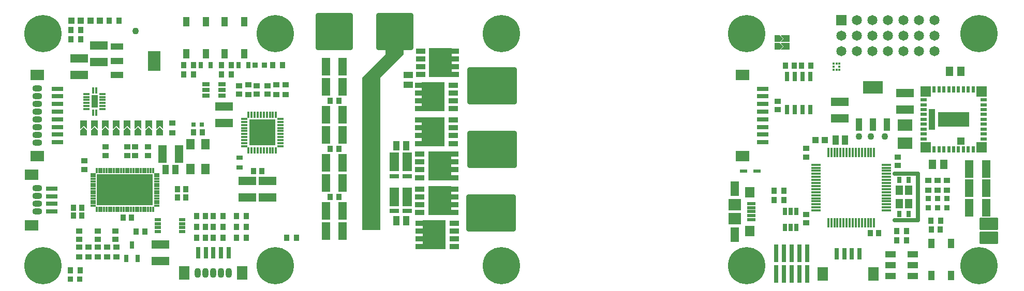
<source format=gts>
G04*
G04 #@! TF.GenerationSoftware,Altium Limited,Altium Designer,21.0.8 (223)*
G04*
G04 Layer_Color=8388736*
%FSLAX25Y25*%
%MOIN*%
G70*
G04*
G04 #@! TF.SameCoordinates,386B6A0C-B290-4CC1-8F2B-2C95A909E97D*
G04*
G04*
G04 #@! TF.FilePolarity,Negative*
G04*
G01*
G75*
%ADD68R,0.04528X0.02362*%
%ADD92C,0.06500*%
%ADD93R,0.06500X0.06500*%
%ADD95C,0.02362*%
%ADD104C,0.04331*%
%ADD105R,0.04331X0.03543*%
%ADD106R,0.03543X0.03543*%
G04:AMPARAMS|DCode=107|XSize=122.05mil|YSize=82.68mil|CornerRadius=5.91mil|HoleSize=0mil|Usage=FLASHONLY|Rotation=0.000|XOffset=0mil|YOffset=0mil|HoleType=Round|Shape=RoundedRectangle|*
%AMROUNDEDRECTD107*
21,1,0.12205,0.07087,0,0,0.0*
21,1,0.11024,0.08268,0,0,0.0*
1,1,0.01181,0.05512,-0.03543*
1,1,0.01181,-0.05512,-0.03543*
1,1,0.01181,-0.05512,0.03543*
1,1,0.01181,0.05512,0.03543*
%
%ADD107ROUNDEDRECTD107*%
%ADD108R,0.03150X0.07480*%
%ADD109R,0.06693X0.09055*%
%ADD110R,0.09055X0.06693*%
%ADD111R,0.07480X0.03150*%
%ADD112R,0.04331X0.06496*%
%ADD113R,0.04921X0.05906*%
%ADD114R,0.01567X0.06201*%
%ADD115R,0.06201X0.01567*%
%ADD116C,0.01575*%
%ADD117R,0.04528X0.05906*%
%ADD118R,0.12992X0.07874*%
%ADD119R,0.03937X0.07874*%
%ADD120R,0.04331X0.13386*%
%ADD121R,0.04803X0.04528*%
%ADD122R,0.20079X0.09646*%
%ADD123R,0.04134X0.02362*%
%ADD124R,0.06890X0.06890*%
%ADD125R,0.02362X0.04134*%
%ADD126R,0.11496X0.05512*%
%ADD127R,0.09252X0.07284*%
%ADD128R,0.05512X0.11496*%
%ADD129R,0.02953X0.11614*%
%ADD130R,0.03543X0.04331*%
%ADD131R,0.02756X0.04921*%
%ADD132R,0.04252X0.03465*%
%ADD133R,0.03465X0.04252*%
%ADD134R,0.02953X0.06398*%
%ADD135R,0.05709X0.01968*%
%ADD136R,0.05906X0.06693*%
%ADD137R,0.05512X0.09449*%
%ADD138R,0.07874X0.07480*%
%ADD139R,0.04409X0.06181*%
%ADD140R,0.02520X0.04095*%
%ADD141R,0.03937X0.04331*%
%ADD142R,0.06693X0.04331*%
%ADD143C,0.02756*%
%ADD144R,0.03543X0.03543*%
%ADD145R,0.03543X0.04134*%
%ADD146R,0.06102X0.03740*%
%ADD147R,0.04528X0.03740*%
%ADD148R,0.15158X0.18898*%
%ADD149R,0.04095X0.02520*%
%ADD150R,0.06280X0.12008*%
%ADD151R,0.06280X0.03150*%
G04:AMPARAMS|DCode=152|XSize=240.16mil|YSize=240.16mil|CornerRadius=13.78mil|HoleSize=0mil|Usage=FLASHONLY|Rotation=0.000|XOffset=0mil|YOffset=0mil|HoleType=Round|Shape=RoundedRectangle|*
%AMROUNDEDRECTD152*
21,1,0.24016,0.21260,0,0,0.0*
21,1,0.21260,0.24016,0,0,0.0*
1,1,0.02756,0.10630,-0.10630*
1,1,0.02756,-0.10630,-0.10630*
1,1,0.02756,-0.10630,0.10630*
1,1,0.02756,0.10630,0.10630*
%
%ADD152ROUNDEDRECTD152*%
%ADD153R,0.02756X0.04724*%
G04:AMPARAMS|DCode=154|XSize=318.9mil|YSize=240.16mil|CornerRadius=13.78mil|HoleSize=0mil|Usage=FLASHONLY|Rotation=180.000|XOffset=0mil|YOffset=0mil|HoleType=Round|Shape=RoundedRectangle|*
%AMROUNDEDRECTD154*
21,1,0.31890,0.21260,0,0,180.0*
21,1,0.29134,0.24016,0,0,180.0*
1,1,0.02756,-0.14567,0.10630*
1,1,0.02756,0.14567,0.10630*
1,1,0.02756,0.14567,-0.10630*
1,1,0.02756,-0.14567,-0.10630*
%
%ADD154ROUNDEDRECTD154*%
%ADD155R,0.04921X0.02756*%
%ADD156R,0.03937X0.07874*%
%ADD157R,0.01339X0.03937*%
%ADD158R,0.03937X0.01339*%
%ADD159R,0.01575X0.03937*%
%ADD160R,0.03937X0.01575*%
%ADD161R,0.17126X0.17126*%
%ADD162R,0.04134X0.02165*%
%ADD163R,0.04134X0.03543*%
%ADD164R,0.36221X0.20472*%
%ADD165R,0.01181X0.03740*%
%ADD166R,0.03740X0.01181*%
%ADD167R,0.07874X0.12992*%
%ADD168R,0.07874X0.03937*%
%ADD169R,0.02953X0.03150*%
%ADD170R,0.06181X0.04409*%
%ADD171R,0.03937X0.04134*%
%ADD172R,0.04095X0.03543*%
%ADD173R,0.05512X0.06693*%
%ADD174C,0.03740*%
%ADD175C,0.24016*%
%ADD176O,0.06299X0.04331*%
%ADD177O,0.04331X0.06299*%
%ADD178C,0.02756*%
G36*
X708482Y447599D02*
X713797D01*
X713835Y447596D01*
X713872Y447584D01*
X713906Y447566D01*
X713937Y447541D01*
X713961Y447511D01*
X713979Y447477D01*
X713991Y447440D01*
X713994Y447402D01*
Y443465D01*
X713991Y443426D01*
X713979Y443389D01*
X713961Y443355D01*
X713937Y443325D01*
X713906Y443300D01*
X713872Y443282D01*
X713835Y443271D01*
X713797Y443267D01*
X708482D01*
X708482Y443267D01*
X708462Y443269D01*
X708443Y443271D01*
X708415Y443279D01*
X708406Y443282D01*
X708372Y443300D01*
X708342Y443325D01*
X708317Y443355D01*
X708299Y443389D01*
X708296Y443398D01*
X708288Y443426D01*
X708286Y443445D01*
X708284Y443465D01*
X708286Y443484D01*
X708288Y443503D01*
X708296Y443532D01*
X708299Y443540D01*
X708317Y443574D01*
X708342Y443604D01*
X710170Y445433D01*
X708342Y447262D01*
X708317Y447292D01*
X708299Y447326D01*
X708288Y447363D01*
X708284Y447402D01*
X708288Y447440D01*
X708299Y447477D01*
X708317Y447511D01*
X708342Y447541D01*
X708372Y447566D01*
X708406Y447584D01*
X708443Y447596D01*
X708482Y447599D01*
X708482Y447599D01*
D02*
G37*
G36*
X707536Y447596D02*
X707573Y447584D01*
X707607Y447566D01*
X707637Y447541D01*
X709606Y445573D01*
X709630Y445543D01*
X709649Y445509D01*
X709660Y445472D01*
X709664Y445433D01*
X709660Y445395D01*
X709649Y445357D01*
X709630Y445323D01*
X709606Y445293D01*
X707637Y443325D01*
X707607Y443300D01*
X707573Y443282D01*
X707564Y443279D01*
X707536Y443271D01*
X707517Y443269D01*
X707497Y443267D01*
X707497Y443267D01*
X704348D01*
X704309Y443271D01*
X704272Y443282D01*
X704238Y443300D01*
X704208Y443325D01*
X704183Y443355D01*
X704165Y443389D01*
X704154Y443426D01*
X704150Y443465D01*
Y447402D01*
X704154Y447440D01*
X704165Y447477D01*
X704183Y447511D01*
X704208Y447541D01*
X704238Y447566D01*
X704272Y447584D01*
X704309Y447596D01*
X704348Y447599D01*
X707497D01*
X707497Y447599D01*
X707536Y447596D01*
D02*
G37*
G36*
X708482Y442599D02*
X713797D01*
X713835Y442596D01*
X713872Y442584D01*
X713906Y442566D01*
X713937Y442541D01*
X713961Y442512D01*
X713979Y442477D01*
X713991Y442440D01*
X713994Y442402D01*
Y438465D01*
X713991Y438426D01*
X713979Y438389D01*
X713961Y438355D01*
X713937Y438325D01*
X713906Y438300D01*
X713872Y438282D01*
X713835Y438271D01*
X713797Y438267D01*
X708482D01*
X708482Y438267D01*
X708462Y438269D01*
X708443Y438271D01*
X708415Y438279D01*
X708406Y438282D01*
X708372Y438300D01*
X708342Y438325D01*
X708317Y438355D01*
X708299Y438389D01*
X708296Y438398D01*
X708288Y438426D01*
X708286Y438445D01*
X708284Y438465D01*
X708286Y438484D01*
X708288Y438503D01*
X708296Y438532D01*
X708299Y438540D01*
X708317Y438575D01*
X708342Y438604D01*
X710170Y440433D01*
X708342Y442262D01*
X708317Y442292D01*
X708299Y442326D01*
X708288Y442363D01*
X708284Y442402D01*
X708288Y442440D01*
X708299Y442477D01*
X708317Y442512D01*
X708342Y442541D01*
X708372Y442566D01*
X708406Y442584D01*
X708443Y442596D01*
X708482Y442599D01*
X708482Y442599D01*
D02*
G37*
G36*
X707536Y442596D02*
X707573Y442584D01*
X707607Y442566D01*
X707637Y442541D01*
X709606Y440573D01*
X709630Y440543D01*
X709649Y440509D01*
X709660Y440472D01*
X709664Y440433D01*
X709660Y440394D01*
X709649Y440357D01*
X709630Y440323D01*
X709606Y440293D01*
X707637Y438325D01*
X707607Y438300D01*
X707573Y438282D01*
X707564Y438279D01*
X707536Y438271D01*
X707517Y438269D01*
X707497Y438267D01*
X707497Y438267D01*
X704348D01*
X704309Y438271D01*
X704272Y438282D01*
X704238Y438300D01*
X704208Y438325D01*
X704183Y438355D01*
X704165Y438389D01*
X704154Y438426D01*
X704150Y438465D01*
Y442402D01*
X704154Y442440D01*
X704165Y442477D01*
X704183Y442512D01*
X704208Y442541D01*
X704238Y442566D01*
X704272Y442584D01*
X704309Y442596D01*
X704348Y442599D01*
X707497D01*
X707497Y442599D01*
X707536Y442596D01*
D02*
G37*
G36*
X310167Y392851D02*
X310204Y392840D01*
X310239Y392822D01*
X310268Y392797D01*
X310293Y392767D01*
X310311Y392733D01*
X310323Y392696D01*
X310326Y392657D01*
X310326Y387665D01*
X310326Y387665D01*
X310325Y387645D01*
X310323Y387626D01*
X310314Y387598D01*
X310311Y387589D01*
X310293Y387555D01*
X310268Y387525D01*
X310239Y387500D01*
X310204Y387482D01*
X310196Y387479D01*
X310167Y387471D01*
X310148Y387469D01*
X310129Y387467D01*
X310109Y387469D01*
X310090Y387471D01*
X310062Y387479D01*
X310053Y387482D01*
X310019Y387500D01*
X309989Y387525D01*
X308160Y389353D01*
X306332Y387525D01*
X306332Y387525D01*
X306302Y387500D01*
X306267Y387482D01*
X306230Y387470D01*
X306217Y387469D01*
X306192Y387467D01*
X306165Y387469D01*
X306153Y387470D01*
X306127Y387478D01*
X306116Y387482D01*
X306116Y387482D01*
D01*
X306115Y387482D01*
X306082Y387500D01*
X306060Y387518D01*
X306052Y387525D01*
X306034Y387547D01*
X306027Y387555D01*
X306027Y387555D01*
X306027Y387555D01*
X306009Y387589D01*
X305998Y387626D01*
X305996Y387639D01*
X305994Y387664D01*
X305994Y387665D01*
X305994Y392657D01*
Y392657D01*
D01*
X305998Y392696D01*
X306009Y392733D01*
X306027Y392767D01*
X306052Y392797D01*
X306082Y392822D01*
X306116Y392840D01*
X306153Y392851D01*
X306192Y392855D01*
D01*
X306192D01*
X310129D01*
X310167Y392851D01*
D02*
G37*
G36*
X303167D02*
X303204Y392840D01*
X303239Y392822D01*
X303269Y392797D01*
X303293Y392767D01*
X303311Y392733D01*
X303323Y392696D01*
X303326Y392657D01*
X303326Y387665D01*
X303326Y387665D01*
X303325Y387645D01*
X303323Y387626D01*
X303314Y387598D01*
X303311Y387589D01*
X303293Y387555D01*
X303268Y387525D01*
X303239Y387500D01*
X303204Y387482D01*
X303196Y387479D01*
X303167Y387471D01*
X303148Y387469D01*
X303129Y387467D01*
X303109Y387469D01*
X303090Y387471D01*
X303062Y387479D01*
X303053Y387482D01*
X303019Y387500D01*
X302989Y387525D01*
X301160Y389353D01*
X299332Y387525D01*
X299332Y387525D01*
X299302Y387500D01*
X299268Y387482D01*
X299230Y387470D01*
X299217Y387469D01*
X299192Y387467D01*
X299165Y387469D01*
X299153Y387470D01*
X299127Y387478D01*
X299116Y387482D01*
X299116Y387482D01*
D01*
X299115Y387482D01*
X299082Y387500D01*
X299060Y387518D01*
X299052Y387525D01*
X299034Y387547D01*
X299027Y387555D01*
X299027Y387555D01*
X299027Y387555D01*
X299009Y387589D01*
X298998Y387626D01*
X298996Y387639D01*
X298994Y387664D01*
X298994Y387665D01*
X298994Y392657D01*
Y392657D01*
D01*
X298998Y392696D01*
X299009Y392733D01*
X299027Y392767D01*
X299052Y392797D01*
X299082Y392822D01*
X299116Y392840D01*
X299153Y392851D01*
X299192Y392855D01*
D01*
X299192D01*
X303129D01*
X303167Y392851D01*
D02*
G37*
G36*
X296167D02*
X296204Y392840D01*
X296238Y392822D01*
X296269Y392797D01*
X296293Y392767D01*
X296311Y392733D01*
X296323Y392696D01*
X296326Y392657D01*
X296326Y387665D01*
X296326Y387665D01*
X296324Y387645D01*
X296323Y387626D01*
X296314Y387598D01*
X296311Y387589D01*
X296293Y387555D01*
X296268Y387525D01*
X296238Y387500D01*
X296204Y387482D01*
X296196Y387479D01*
X296167Y387471D01*
X296148Y387469D01*
X296129Y387467D01*
X296109Y387469D01*
X296090Y387471D01*
X296061Y387479D01*
X296053Y387482D01*
X296019Y387500D01*
X295989Y387525D01*
X294160Y389353D01*
X292332Y387525D01*
X292332Y387525D01*
X292302Y387500D01*
X292267Y387482D01*
X292230Y387470D01*
X292217Y387469D01*
X292192Y387467D01*
X292165Y387469D01*
X292153Y387470D01*
X292127Y387478D01*
X292116Y387482D01*
X292116Y387482D01*
D01*
X292115Y387482D01*
X292082Y387500D01*
X292059Y387518D01*
X292052Y387525D01*
X292034Y387547D01*
X292027Y387555D01*
X292027Y387555D01*
X292027Y387555D01*
X292009Y387589D01*
X291998Y387626D01*
X291996Y387639D01*
X291994Y387664D01*
X291994Y387665D01*
X291994Y392657D01*
Y392657D01*
D01*
X291998Y392696D01*
X292009Y392733D01*
X292027Y392767D01*
X292052Y392797D01*
X292082Y392822D01*
X292116Y392840D01*
X292153Y392851D01*
X292192Y392855D01*
D01*
X292192D01*
X296129D01*
X296167Y392851D01*
D02*
G37*
G36*
X289167D02*
X289204Y392840D01*
X289239Y392822D01*
X289268Y392797D01*
X289293Y392767D01*
X289311Y392733D01*
X289323Y392696D01*
X289326Y392657D01*
X289326Y387665D01*
X289326Y387665D01*
X289324Y387645D01*
X289323Y387626D01*
X289314Y387598D01*
X289311Y387589D01*
X289293Y387555D01*
X289268Y387525D01*
X289239Y387500D01*
X289204Y387482D01*
X289196Y387479D01*
X289167Y387471D01*
X289148Y387469D01*
X289129Y387467D01*
X289109Y387469D01*
X289090Y387471D01*
X289061Y387479D01*
X289053Y387482D01*
X289019Y387500D01*
X288989Y387525D01*
X287160Y389353D01*
X285332Y387525D01*
X285332Y387525D01*
X285302Y387500D01*
X285267Y387482D01*
X285230Y387470D01*
X285217Y387469D01*
X285192Y387467D01*
X285165Y387469D01*
X285153Y387470D01*
X285127Y387478D01*
X285116Y387482D01*
X285116Y387482D01*
D01*
X285115Y387482D01*
X285082Y387500D01*
X285059Y387518D01*
X285052Y387525D01*
X285034Y387547D01*
X285027Y387555D01*
X285027Y387555D01*
X285027Y387555D01*
X285009Y387589D01*
X284998Y387626D01*
X284996Y387639D01*
X284994Y387664D01*
X284994Y387665D01*
X284994Y392657D01*
Y392657D01*
D01*
X284998Y392696D01*
X285009Y392733D01*
X285027Y392767D01*
X285052Y392797D01*
X285082Y392822D01*
X285116Y392840D01*
X285153Y392851D01*
X285192Y392855D01*
D01*
X285192D01*
X289129D01*
X289167Y392851D01*
D02*
G37*
G36*
X282167D02*
X282204Y392840D01*
X282239Y392822D01*
X282269Y392797D01*
X282293Y392767D01*
X282311Y392733D01*
X282323Y392696D01*
X282326Y392657D01*
X282326Y387665D01*
X282326Y387665D01*
X282325Y387645D01*
X282323Y387626D01*
X282314Y387598D01*
X282311Y387589D01*
X282293Y387555D01*
X282268Y387525D01*
X282239Y387500D01*
X282204Y387482D01*
X282196Y387479D01*
X282167Y387471D01*
X282148Y387469D01*
X282129Y387467D01*
X282109Y387469D01*
X282090Y387471D01*
X282062Y387479D01*
X282053Y387482D01*
X282019Y387500D01*
X281989Y387525D01*
X280160Y389353D01*
X278332Y387525D01*
X278332Y387525D01*
X278302Y387500D01*
X278268Y387482D01*
X278230Y387470D01*
X278217Y387469D01*
X278192Y387467D01*
X278165Y387469D01*
X278153Y387470D01*
X278127Y387478D01*
X278116Y387482D01*
X278116Y387482D01*
D01*
X278115Y387482D01*
X278082Y387500D01*
X278060Y387518D01*
X278052Y387525D01*
X278034Y387547D01*
X278027Y387555D01*
X278027Y387555D01*
X278027Y387555D01*
X278009Y387589D01*
X277998Y387626D01*
X277996Y387639D01*
X277994Y387664D01*
X277994Y387665D01*
X277994Y392657D01*
Y392657D01*
D01*
X277998Y392696D01*
X278009Y392733D01*
X278027Y392767D01*
X278052Y392797D01*
X278082Y392822D01*
X278116Y392840D01*
X278153Y392851D01*
X278192Y392855D01*
D01*
X278192D01*
X282129D01*
X282167Y392851D01*
D02*
G37*
G36*
X275167D02*
X275204Y392840D01*
X275238Y392822D01*
X275269Y392797D01*
X275293Y392767D01*
X275311Y392733D01*
X275323Y392696D01*
X275326Y392657D01*
X275326Y387665D01*
X275326Y387665D01*
X275325Y387645D01*
X275323Y387626D01*
X275314Y387598D01*
X275311Y387589D01*
X275293Y387555D01*
X275268Y387525D01*
X275238Y387500D01*
X275204Y387482D01*
X275196Y387479D01*
X275167Y387471D01*
X275148Y387469D01*
X275129Y387467D01*
X275109Y387469D01*
X275090Y387471D01*
X275061Y387479D01*
X275053Y387482D01*
X275019Y387500D01*
X274989Y387525D01*
X273160Y389353D01*
X271332Y387525D01*
X271332Y387525D01*
X271302Y387500D01*
X271268Y387482D01*
X271230Y387470D01*
X271217Y387469D01*
X271192Y387467D01*
X271165Y387469D01*
X271153Y387470D01*
X271127Y387478D01*
X271116Y387482D01*
X271116Y387482D01*
D01*
X271115Y387482D01*
X271082Y387500D01*
X271059Y387518D01*
X271052Y387525D01*
X271034Y387547D01*
X271027Y387555D01*
X271027Y387555D01*
X271027Y387555D01*
X271009Y387589D01*
X270998Y387626D01*
X270996Y387639D01*
X270994Y387664D01*
X270994Y387665D01*
X270994Y392657D01*
Y392657D01*
D01*
X270998Y392696D01*
X271009Y392733D01*
X271027Y392767D01*
X271052Y392797D01*
X271082Y392822D01*
X271116Y392840D01*
X271153Y392851D01*
X271192Y392855D01*
D01*
X271192D01*
X275129D01*
X275167Y392851D01*
D02*
G37*
G36*
X268167D02*
X268204Y392840D01*
X268238Y392822D01*
X268268Y392797D01*
X268293Y392767D01*
X268311Y392733D01*
X268323Y392696D01*
X268326Y392657D01*
X268326Y387665D01*
X268326Y387665D01*
X268324Y387645D01*
X268323Y387626D01*
X268314Y387598D01*
X268311Y387589D01*
X268293Y387555D01*
X268268Y387525D01*
X268238Y387500D01*
X268204Y387482D01*
X268196Y387479D01*
X268167Y387471D01*
X268148Y387469D01*
X268129Y387467D01*
X268109Y387469D01*
X268090Y387471D01*
X268061Y387479D01*
X268053Y387482D01*
X268019Y387500D01*
X267989Y387525D01*
X266160Y389353D01*
X264332Y387525D01*
X264332Y387525D01*
X264302Y387500D01*
X264267Y387482D01*
X264230Y387470D01*
X264217Y387469D01*
X264192Y387467D01*
X264165Y387469D01*
X264153Y387470D01*
X264127Y387478D01*
X264116Y387482D01*
X264116Y387482D01*
D01*
X264115Y387482D01*
X264082Y387500D01*
X264059Y387518D01*
X264052Y387525D01*
X264034Y387547D01*
X264027Y387555D01*
X264027Y387555D01*
X264027Y387555D01*
X264009Y387589D01*
X263998Y387626D01*
X263996Y387639D01*
X263994Y387664D01*
X263994Y387665D01*
X263994Y392657D01*
Y392657D01*
D01*
X263998Y392696D01*
X264009Y392733D01*
X264027Y392767D01*
X264052Y392797D01*
X264082Y392822D01*
X264116Y392840D01*
X264153Y392851D01*
X264192Y392855D01*
D01*
X264192D01*
X268129D01*
X268167Y392851D01*
D02*
G37*
G36*
X261167D02*
X261204Y392840D01*
X261239Y392822D01*
X261268Y392797D01*
X261293Y392767D01*
X261311Y392733D01*
X261323Y392696D01*
X261326Y392657D01*
X261326Y387665D01*
X261326Y387665D01*
X261325Y387645D01*
X261323Y387626D01*
X261314Y387598D01*
X261311Y387589D01*
X261293Y387555D01*
X261268Y387525D01*
X261239Y387500D01*
X261204Y387482D01*
X261196Y387479D01*
X261167Y387471D01*
X261148Y387469D01*
X261129Y387467D01*
X261109Y387469D01*
X261090Y387471D01*
X261062Y387479D01*
X261053Y387482D01*
X261019Y387500D01*
X260989Y387525D01*
X259160Y389353D01*
X257332Y387525D01*
X257332Y387525D01*
X257302Y387500D01*
X257267Y387482D01*
X257230Y387470D01*
X257217Y387469D01*
X257192Y387467D01*
X257165Y387469D01*
X257153Y387470D01*
X257127Y387478D01*
X257116Y387482D01*
X257116Y387482D01*
D01*
X257115Y387482D01*
X257082Y387500D01*
X257060Y387518D01*
X257052Y387525D01*
X257034Y387547D01*
X257027Y387555D01*
X257027Y387555D01*
X257027Y387555D01*
X257009Y387589D01*
X256998Y387626D01*
X256996Y387639D01*
X256994Y387664D01*
X256994Y387665D01*
X256994Y392657D01*
Y392657D01*
D01*
X256998Y392696D01*
X257009Y392733D01*
X257027Y392767D01*
X257052Y392797D01*
X257082Y392822D01*
X257116Y392840D01*
X257153Y392851D01*
X257192Y392855D01*
D01*
X257192D01*
X261129D01*
X261167Y392851D01*
D02*
G37*
G36*
X308199Y388521D02*
X308236Y388509D01*
X308270Y388491D01*
X308300Y388467D01*
X310268Y386498D01*
X310293Y386468D01*
X310311Y386434D01*
X310314Y386425D01*
X310323Y386397D01*
X310325Y386378D01*
X310326Y386358D01*
X310326Y386358D01*
Y383209D01*
X310323Y383170D01*
X310311Y383133D01*
X310293Y383099D01*
X310268Y383069D01*
X310239Y383044D01*
X310204Y383026D01*
X310167Y383015D01*
X310129Y383011D01*
X306192D01*
X306153Y383015D01*
X306116Y383026D01*
X306082Y383044D01*
X306052Y383069D01*
X306027Y383099D01*
X306009Y383133D01*
X305998Y383170D01*
X305994Y383209D01*
Y386358D01*
X305994Y386358D01*
X305998Y386397D01*
X306009Y386434D01*
X306027Y386468D01*
X306052Y386498D01*
X308020Y388467D01*
X308050Y388491D01*
X308084Y388509D01*
X308121Y388521D01*
X308160Y388525D01*
X308199Y388521D01*
D02*
G37*
G36*
X301199D02*
X301236Y388509D01*
X301270Y388491D01*
X301300Y388467D01*
X303269Y386498D01*
X303293Y386468D01*
X303311Y386434D01*
X303314Y386425D01*
X303323Y386397D01*
X303325Y386378D01*
X303326Y386358D01*
X303326Y386358D01*
Y383209D01*
X303323Y383170D01*
X303311Y383133D01*
X303293Y383099D01*
X303269Y383069D01*
X303239Y383044D01*
X303204Y383026D01*
X303167Y383015D01*
X303129Y383011D01*
X299192D01*
X299153Y383015D01*
X299116Y383026D01*
X299082Y383044D01*
X299052Y383069D01*
X299027Y383099D01*
X299009Y383133D01*
X298998Y383170D01*
X298994Y383209D01*
Y386358D01*
X298994Y386358D01*
X298998Y386397D01*
X299009Y386434D01*
X299027Y386468D01*
X299052Y386498D01*
X301020Y388467D01*
X301050Y388491D01*
X301084Y388509D01*
X301121Y388521D01*
X301160Y388525D01*
X301199Y388521D01*
D02*
G37*
G36*
X294199D02*
X294236Y388509D01*
X294270Y388491D01*
X294300Y388467D01*
X296269Y386498D01*
X296293Y386468D01*
X296311Y386434D01*
X296314Y386425D01*
X296323Y386397D01*
X296324Y386378D01*
X296326Y386358D01*
X296326Y386358D01*
Y383209D01*
X296323Y383170D01*
X296311Y383133D01*
X296293Y383099D01*
X296269Y383069D01*
X296238Y383044D01*
X296204Y383026D01*
X296167Y383015D01*
X296129Y383011D01*
X292192D01*
X292153Y383015D01*
X292116Y383026D01*
X292082Y383044D01*
X292052Y383069D01*
X292027Y383099D01*
X292009Y383133D01*
X291998Y383170D01*
X291994Y383209D01*
Y386358D01*
X291994Y386358D01*
X291998Y386397D01*
X292009Y386434D01*
X292027Y386468D01*
X292052Y386498D01*
X294020Y388467D01*
X294050Y388491D01*
X294084Y388509D01*
X294122Y388521D01*
X294160Y388525D01*
X294199Y388521D01*
D02*
G37*
G36*
X287199D02*
X287236Y388509D01*
X287270Y388491D01*
X287300Y388467D01*
X289268Y386498D01*
X289293Y386468D01*
X289311Y386434D01*
X289314Y386425D01*
X289323Y386397D01*
X289324Y386378D01*
X289326Y386358D01*
X289326Y386358D01*
Y383209D01*
X289323Y383170D01*
X289311Y383133D01*
X289293Y383099D01*
X289268Y383069D01*
X289239Y383044D01*
X289204Y383026D01*
X289167Y383015D01*
X289129Y383011D01*
X285192D01*
X285153Y383015D01*
X285116Y383026D01*
X285082Y383044D01*
X285052Y383069D01*
X285027Y383099D01*
X285009Y383133D01*
X284998Y383170D01*
X284994Y383209D01*
Y386358D01*
X284994Y386358D01*
X284998Y386397D01*
X285009Y386434D01*
X285027Y386468D01*
X285052Y386498D01*
X287020Y388467D01*
X287050Y388491D01*
X287084Y388509D01*
X287122Y388521D01*
X287160Y388525D01*
X287199Y388521D01*
D02*
G37*
G36*
X280199D02*
X280236Y388509D01*
X280270Y388491D01*
X280300Y388467D01*
X282269Y386498D01*
X282293Y386468D01*
X282311Y386434D01*
X282314Y386425D01*
X282323Y386397D01*
X282325Y386378D01*
X282326Y386358D01*
X282326Y386358D01*
Y383209D01*
X282323Y383170D01*
X282311Y383133D01*
X282293Y383099D01*
X282269Y383069D01*
X282239Y383044D01*
X282204Y383026D01*
X282167Y383015D01*
X282129Y383011D01*
X278192D01*
X278153Y383015D01*
X278116Y383026D01*
X278082Y383044D01*
X278052Y383069D01*
X278027Y383099D01*
X278009Y383133D01*
X277998Y383170D01*
X277994Y383209D01*
Y386358D01*
X277994Y386358D01*
X277998Y386397D01*
X278009Y386434D01*
X278027Y386468D01*
X278052Y386498D01*
X280020Y388467D01*
X280050Y388491D01*
X280084Y388509D01*
X280121Y388521D01*
X280160Y388525D01*
X280199Y388521D01*
D02*
G37*
G36*
X273199D02*
X273236Y388509D01*
X273270Y388491D01*
X273300Y388467D01*
X275269Y386498D01*
X275293Y386468D01*
X275311Y386434D01*
X275314Y386425D01*
X275323Y386397D01*
X275325Y386378D01*
X275326Y386358D01*
X275326Y386358D01*
Y383209D01*
X275323Y383170D01*
X275311Y383133D01*
X275293Y383099D01*
X275269Y383069D01*
X275238Y383044D01*
X275204Y383026D01*
X275167Y383015D01*
X275129Y383011D01*
X271192D01*
X271153Y383015D01*
X271116Y383026D01*
X271082Y383044D01*
X271052Y383069D01*
X271027Y383099D01*
X271009Y383133D01*
X270998Y383170D01*
X270994Y383209D01*
Y386358D01*
X270994Y386358D01*
X270998Y386397D01*
X271009Y386434D01*
X271027Y386468D01*
X271052Y386498D01*
X273020Y388467D01*
X273050Y388491D01*
X273084Y388509D01*
X273122Y388521D01*
X273160Y388525D01*
X273199Y388521D01*
D02*
G37*
G36*
X266199D02*
X266236Y388509D01*
X266270Y388491D01*
X266300Y388467D01*
X268268Y386498D01*
X268293Y386468D01*
X268311Y386434D01*
X268314Y386425D01*
X268323Y386397D01*
X268324Y386378D01*
X268326Y386358D01*
X268326Y386358D01*
Y383209D01*
X268323Y383170D01*
X268311Y383133D01*
X268293Y383099D01*
X268268Y383069D01*
X268238Y383044D01*
X268204Y383026D01*
X268167Y383015D01*
X268129Y383011D01*
X264192D01*
X264153Y383015D01*
X264116Y383026D01*
X264082Y383044D01*
X264052Y383069D01*
X264027Y383099D01*
X264009Y383133D01*
X263998Y383170D01*
X263994Y383209D01*
Y386358D01*
X263994Y386358D01*
X263998Y386397D01*
X264009Y386434D01*
X264027Y386468D01*
X264052Y386498D01*
X266020Y388467D01*
X266050Y388491D01*
X266084Y388509D01*
X266122Y388521D01*
X266160Y388525D01*
X266199Y388521D01*
D02*
G37*
G36*
X259199D02*
X259236Y388509D01*
X259270Y388491D01*
X259300Y388467D01*
X261268Y386498D01*
X261293Y386468D01*
X261311Y386434D01*
X261314Y386425D01*
X261323Y386397D01*
X261325Y386378D01*
X261326Y386358D01*
X261326Y386358D01*
Y383209D01*
X261323Y383170D01*
X261311Y383133D01*
X261293Y383099D01*
X261268Y383069D01*
X261239Y383044D01*
X261204Y383026D01*
X261167Y383015D01*
X261129Y383011D01*
X257192D01*
X257153Y383015D01*
X257116Y383026D01*
X257082Y383044D01*
X257052Y383069D01*
X257027Y383099D01*
X257009Y383133D01*
X256998Y383170D01*
X256994Y383209D01*
Y386358D01*
X256994Y386358D01*
X256998Y386397D01*
X257009Y386434D01*
X257027Y386468D01*
X257052Y386498D01*
X259020Y388467D01*
X259050Y388491D01*
X259084Y388509D01*
X259121Y388521D01*
X259160Y388525D01*
X259199Y388521D01*
D02*
G37*
G36*
X465160Y435433D02*
X450160Y420433D01*
Y321933D01*
X438660D01*
Y420433D01*
X453660Y435433D01*
Y439303D01*
X465160D01*
Y435433D01*
D02*
G37*
D68*
X684092Y359933D02*
D03*
X693052D02*
D03*
D92*
X807072Y437433D02*
D03*
Y447433D02*
D03*
Y457433D02*
D03*
X797072Y437433D02*
D03*
Y447433D02*
D03*
Y457433D02*
D03*
X787072Y437433D02*
D03*
Y447433D02*
D03*
Y457433D02*
D03*
X777072Y437433D02*
D03*
Y447433D02*
D03*
Y457433D02*
D03*
X767072Y437433D02*
D03*
Y447433D02*
D03*
Y457433D02*
D03*
X757072Y437433D02*
D03*
Y447433D02*
D03*
Y457433D02*
D03*
X747072Y437433D02*
D03*
Y447433D02*
D03*
D93*
Y457433D02*
D03*
D95*
X819572Y395933D02*
D03*
X823572D02*
D03*
Y390933D02*
D03*
X819572D02*
D03*
X827572Y395933D02*
D03*
Y390933D02*
D03*
X301160Y350433D02*
D03*
X293160D02*
D03*
X297160D02*
D03*
X289160D02*
D03*
X282160Y340433D02*
D03*
X301160Y345358D02*
D03*
X289160D02*
D03*
X293160D02*
D03*
X297160D02*
D03*
X282160Y345433D02*
D03*
X289160Y340433D02*
D03*
X293160D02*
D03*
X297160D02*
D03*
X301160D02*
D03*
X278160D02*
D03*
X274160D02*
D03*
X270160D02*
D03*
Y345433D02*
D03*
X274160D02*
D03*
X278160D02*
D03*
X274160Y350433D02*
D03*
X270160D02*
D03*
X278160D02*
D03*
X282160D02*
D03*
Y355433D02*
D03*
X278160D02*
D03*
X274160D02*
D03*
X289160D02*
D03*
X293160D02*
D03*
X297160D02*
D03*
X301160D02*
D03*
X270160D02*
D03*
D104*
X775072Y382433D02*
D03*
X758572D02*
D03*
X766072D02*
D03*
X292660Y450433D02*
D03*
D105*
X815072Y347783D02*
D03*
Y354083D02*
D03*
X809072Y347783D02*
D03*
Y354083D02*
D03*
X803072Y347783D02*
D03*
Y354083D02*
D03*
D106*
X815072Y336480D02*
D03*
Y342386D02*
D03*
X809072Y336480D02*
D03*
Y342386D02*
D03*
X803065Y336543D02*
D03*
Y342449D02*
D03*
D107*
X842072Y316933D02*
D03*
Y325933D02*
D03*
D108*
X744190Y306776D02*
D03*
X749112D02*
D03*
X754033D02*
D03*
X758954D02*
D03*
X332818Y307457D02*
D03*
X337739D02*
D03*
X342660D02*
D03*
X347581D02*
D03*
X352503D02*
D03*
D109*
X767812Y293783D02*
D03*
X735332D02*
D03*
X361361Y294465D02*
D03*
X323959D02*
D03*
D110*
X683572Y422016D02*
D03*
Y369850D02*
D03*
X225511Y357673D02*
D03*
Y325193D02*
D03*
X229160Y369850D02*
D03*
Y422016D02*
D03*
D111*
X696564Y378709D02*
D03*
Y383630D02*
D03*
Y388551D02*
D03*
Y393472D02*
D03*
Y398394D02*
D03*
Y403315D02*
D03*
Y408236D02*
D03*
Y413158D02*
D03*
X238503Y334051D02*
D03*
Y338972D02*
D03*
Y343894D02*
D03*
Y348815D02*
D03*
X242152Y413158D02*
D03*
Y408236D02*
D03*
Y403315D02*
D03*
Y398394D02*
D03*
Y393472D02*
D03*
Y388551D02*
D03*
Y383630D02*
D03*
Y378709D02*
D03*
D112*
X805273Y292598D02*
D03*
Y313268D02*
D03*
X817871Y292598D02*
D03*
Y313268D02*
D03*
X325361Y435598D02*
D03*
Y456268D02*
D03*
X337959Y435598D02*
D03*
Y456268D02*
D03*
X362459D02*
D03*
Y435598D02*
D03*
X349861Y456268D02*
D03*
Y435598D02*
D03*
D113*
X790722Y339102D02*
D03*
Y347764D02*
D03*
X784423D02*
D03*
Y339102D02*
D03*
D114*
X768336Y326842D02*
D03*
X766367D02*
D03*
X764399D02*
D03*
X762430D02*
D03*
X760462D02*
D03*
X758494D02*
D03*
X756525D02*
D03*
X754556D02*
D03*
X752588D02*
D03*
X750619D02*
D03*
X748651D02*
D03*
X746682D02*
D03*
X744714D02*
D03*
X742745D02*
D03*
X740777D02*
D03*
X738808D02*
D03*
Y372024D02*
D03*
X740777D02*
D03*
X742745D02*
D03*
X744714D02*
D03*
X746682D02*
D03*
X748651D02*
D03*
X750619D02*
D03*
X752588D02*
D03*
X754556D02*
D03*
X756525D02*
D03*
X758494D02*
D03*
X760462D02*
D03*
X762430D02*
D03*
X764399D02*
D03*
X766367D02*
D03*
X768336D02*
D03*
D115*
X730982Y334669D02*
D03*
Y336638D02*
D03*
Y338606D02*
D03*
Y340575D02*
D03*
Y342543D02*
D03*
Y344512D02*
D03*
Y346480D02*
D03*
Y348449D02*
D03*
Y350417D02*
D03*
Y352386D02*
D03*
Y354354D02*
D03*
Y356323D02*
D03*
Y358291D02*
D03*
Y360260D02*
D03*
Y362228D02*
D03*
Y364197D02*
D03*
X776163D02*
D03*
Y362228D02*
D03*
Y360260D02*
D03*
Y358291D02*
D03*
Y356323D02*
D03*
Y354354D02*
D03*
Y352386D02*
D03*
Y350417D02*
D03*
Y348449D02*
D03*
Y346480D02*
D03*
Y344512D02*
D03*
Y342543D02*
D03*
Y340575D02*
D03*
Y338606D02*
D03*
Y336638D02*
D03*
Y334669D02*
D03*
D116*
X746041Y429402D02*
D03*
Y427433D02*
D03*
Y425465D02*
D03*
X744072Y429402D02*
D03*
Y425465D02*
D03*
X742104Y429402D02*
D03*
Y427433D02*
D03*
Y425465D02*
D03*
X712072Y445433D02*
D03*
X706072D02*
D03*
X712072Y440433D02*
D03*
X706072D02*
D03*
X308160Y390933D02*
D03*
Y384933D02*
D03*
X280160Y390933D02*
D03*
Y384933D02*
D03*
X301160Y390933D02*
D03*
Y384933D02*
D03*
X294160Y390933D02*
D03*
Y384933D02*
D03*
X287160Y390933D02*
D03*
Y384933D02*
D03*
X273160Y390933D02*
D03*
Y384933D02*
D03*
X266160Y390933D02*
D03*
Y384933D02*
D03*
X259160Y390933D02*
D03*
Y384933D02*
D03*
D117*
X816832Y424433D02*
D03*
X824312D02*
D03*
X805832Y364433D02*
D03*
X813312D02*
D03*
D118*
X767572Y413941D02*
D03*
D119*
X776627Y389925D02*
D03*
X767572D02*
D03*
X758517D02*
D03*
D120*
X805399Y393433D02*
D03*
D121*
X824245Y379358D02*
D03*
D122*
X819572Y393433D02*
D03*
D123*
X838962Y406032D02*
D03*
Y402882D02*
D03*
Y399732D02*
D03*
Y396583D02*
D03*
Y393433D02*
D03*
Y390283D02*
D03*
Y387134D02*
D03*
Y383984D02*
D03*
Y380835D02*
D03*
X800182D02*
D03*
Y383984D02*
D03*
Y387134D02*
D03*
Y390283D02*
D03*
Y393433D02*
D03*
Y396583D02*
D03*
Y399732D02*
D03*
Y402882D02*
D03*
Y406032D02*
D03*
D124*
X837584Y375421D02*
D03*
X801560D02*
D03*
Y411445D02*
D03*
X837584D02*
D03*
D125*
X832171Y374043D02*
D03*
X829021D02*
D03*
X825871D02*
D03*
X822722D02*
D03*
X819572D02*
D03*
X816423D02*
D03*
X813273D02*
D03*
X810123D02*
D03*
X806974D02*
D03*
Y412823D02*
D03*
X810123D02*
D03*
X813273D02*
D03*
X816423D02*
D03*
X819572D02*
D03*
X822722D02*
D03*
X825871D02*
D03*
X829021D02*
D03*
X832171D02*
D03*
D126*
X788072Y410287D02*
D03*
Y399579D02*
D03*
X746072Y394079D02*
D03*
Y404787D02*
D03*
X308660Y302079D02*
D03*
Y312787D02*
D03*
X349660Y401787D02*
D03*
Y391079D02*
D03*
X268986Y441064D02*
D03*
Y430356D02*
D03*
X256160Y422079D02*
D03*
Y432787D02*
D03*
X364660Y343079D02*
D03*
Y353787D02*
D03*
X377660D02*
D03*
Y343079D02*
D03*
D127*
X788072Y378028D02*
D03*
Y389839D02*
D03*
D128*
X840427Y336433D02*
D03*
X829718D02*
D03*
X840427Y348933D02*
D03*
X829718D02*
D03*
X840427Y361433D02*
D03*
X829718D02*
D03*
X426014Y321433D02*
D03*
X415306D02*
D03*
X426014Y334433D02*
D03*
X415306D02*
D03*
X426014Y365433D02*
D03*
X415306D02*
D03*
X426014Y352433D02*
D03*
X415306D02*
D03*
X426014Y383433D02*
D03*
X415306D02*
D03*
X320514Y370933D02*
D03*
X309806D02*
D03*
X415306Y414433D02*
D03*
X426014D02*
D03*
X415306Y427433D02*
D03*
X426014D02*
D03*
X415306Y396433D02*
D03*
X426014D02*
D03*
D129*
X725072Y307028D02*
D03*
Y293839D02*
D03*
X720072Y307028D02*
D03*
Y293839D02*
D03*
X715072Y307028D02*
D03*
Y293839D02*
D03*
X710072Y307028D02*
D03*
Y293839D02*
D03*
X705072Y307028D02*
D03*
Y293839D02*
D03*
D130*
X804923Y327933D02*
D03*
X811222D02*
D03*
X727722Y427933D02*
D03*
X721423D02*
D03*
X703923Y347433D02*
D03*
X710222D02*
D03*
X703923Y341433D02*
D03*
X710222D02*
D03*
X789222Y315433D02*
D03*
X782923D02*
D03*
X789222Y321433D02*
D03*
X782923D02*
D03*
D131*
X710832Y334051D02*
D03*
X714572D02*
D03*
X718312D02*
D03*
Y323815D02*
D03*
X714572D02*
D03*
X710832D02*
D03*
D132*
X724572Y326677D02*
D03*
Y332189D02*
D03*
X706072Y405189D02*
D03*
Y399677D02*
D03*
X724572Y369177D02*
D03*
Y374689D02*
D03*
X783572Y363677D02*
D03*
Y369189D02*
D03*
X279660Y315921D02*
D03*
Y321433D02*
D03*
X370660Y415189D02*
D03*
Y409677D02*
D03*
X359160Y415189D02*
D03*
Y409677D02*
D03*
X259660Y361177D02*
D03*
Y366689D02*
D03*
X300660Y370177D02*
D03*
Y375689D02*
D03*
X287160D02*
D03*
Y370177D02*
D03*
X292160D02*
D03*
Y375689D02*
D03*
X273160Y370177D02*
D03*
Y375689D02*
D03*
X377660Y415189D02*
D03*
Y409677D02*
D03*
D133*
X711316Y427933D02*
D03*
X716828D02*
D03*
X765816Y319933D02*
D03*
X771328D02*
D03*
X810828Y322433D02*
D03*
X805316D02*
D03*
X417904Y343433D02*
D03*
X423416D02*
D03*
X289916Y329933D02*
D03*
X284404D02*
D03*
X417904Y374433D02*
D03*
X423416D02*
D03*
Y405433D02*
D03*
X417904D02*
D03*
X368404Y359933D02*
D03*
X373916D02*
D03*
X298416Y320933D02*
D03*
X292904D02*
D03*
X331979Y316933D02*
D03*
X337491D02*
D03*
X324916Y342933D02*
D03*
X319404D02*
D03*
X252404Y336433D02*
D03*
X257916D02*
D03*
X324916Y348433D02*
D03*
X319404D02*
D03*
X252404Y331433D02*
D03*
X257916D02*
D03*
X329904Y384933D02*
D03*
X335416D02*
D03*
X337491Y330933D02*
D03*
X331979D02*
D03*
X337491Y323933D02*
D03*
X331979D02*
D03*
D134*
X712072Y399756D02*
D03*
X717072D02*
D03*
X722072D02*
D03*
X727072D02*
D03*
Y421110D02*
D03*
X722072D02*
D03*
X717072D02*
D03*
X712072D02*
D03*
D135*
X689104Y328815D02*
D03*
Y339051D02*
D03*
Y336492D02*
D03*
Y333933D02*
D03*
Y331374D02*
D03*
D136*
X688218Y346532D02*
D03*
Y321335D02*
D03*
D137*
X678572Y348697D02*
D03*
Y319169D02*
D03*
D138*
Y338461D02*
D03*
Y329405D02*
D03*
D139*
X749722Y379933D02*
D03*
X743423D02*
D03*
X460471Y327933D02*
D03*
X466849D02*
D03*
Y376433D02*
D03*
X460471D02*
D03*
X318349Y360933D02*
D03*
X311971D02*
D03*
D140*
X784423Y332433D02*
D03*
X790722D02*
D03*
Y354433D02*
D03*
X784423D02*
D03*
X334510Y428433D02*
D03*
X340810D02*
D03*
X365210D02*
D03*
X358910D02*
D03*
D141*
X736722Y379933D02*
D03*
X730423D02*
D03*
D142*
X793356Y292543D02*
D03*
Y299433D02*
D03*
Y306323D02*
D03*
X778789Y292543D02*
D03*
Y299433D02*
D03*
Y306323D02*
D03*
D143*
X796572Y328433D02*
Y358433D01*
X781572Y328433D02*
X789072D01*
X781572Y358433D02*
X789072D01*
Y328433D02*
X796572D01*
X789072Y358433D02*
X796572D01*
D144*
X369707Y428433D02*
D03*
X375613D02*
D03*
X256613Y290433D02*
D03*
X250707D02*
D03*
D145*
X381011Y428433D02*
D03*
X387310D02*
D03*
X323511D02*
D03*
X329810D02*
D03*
X256810Y295933D02*
D03*
X250511D02*
D03*
X329810Y422433D02*
D03*
X323511D02*
D03*
X357510Y330933D02*
D03*
X363810D02*
D03*
X357510Y316933D02*
D03*
X363810D02*
D03*
X357510Y323933D02*
D03*
X363810D02*
D03*
X281810Y456933D02*
D03*
X275511D02*
D03*
X251010Y444933D02*
D03*
X257310D02*
D03*
X342511Y323933D02*
D03*
X348810D02*
D03*
X342511Y316933D02*
D03*
X348810D02*
D03*
X342511Y330933D02*
D03*
X348810D02*
D03*
X396310Y316933D02*
D03*
X390010D02*
D03*
X251010Y450933D02*
D03*
X257310D02*
D03*
X348010Y422433D02*
D03*
X354310D02*
D03*
Y428433D02*
D03*
X348010D02*
D03*
D146*
X497751Y311354D02*
D03*
Y316433D02*
D03*
Y321433D02*
D03*
Y326512D02*
D03*
X475707Y333354D02*
D03*
Y371012D02*
D03*
Y365933D02*
D03*
Y360933D02*
D03*
Y355854D02*
D03*
Y338433D02*
D03*
Y343433D02*
D03*
Y348512D02*
D03*
X497251Y377854D02*
D03*
Y382933D02*
D03*
Y387933D02*
D03*
Y393012D02*
D03*
Y400354D02*
D03*
Y405433D02*
D03*
Y410433D02*
D03*
Y415512D02*
D03*
X476070Y422354D02*
D03*
Y427433D02*
D03*
Y432433D02*
D03*
Y437512D02*
D03*
D147*
X475310Y326512D02*
D03*
Y321433D02*
D03*
Y316433D02*
D03*
Y311354D02*
D03*
X498148Y355854D02*
D03*
Y360933D02*
D03*
Y365933D02*
D03*
Y371012D02*
D03*
Y348512D02*
D03*
Y343433D02*
D03*
Y338433D02*
D03*
Y333354D02*
D03*
X474810Y393012D02*
D03*
Y387933D02*
D03*
Y382933D02*
D03*
Y377854D02*
D03*
Y415512D02*
D03*
Y410433D02*
D03*
Y405433D02*
D03*
Y400354D02*
D03*
X498511Y437512D02*
D03*
Y432433D02*
D03*
Y427433D02*
D03*
Y422354D02*
D03*
D148*
X484798Y318933D02*
D03*
X488660Y363433D02*
D03*
Y340933D02*
D03*
X484298Y385433D02*
D03*
Y407933D02*
D03*
X489022Y429933D02*
D03*
D149*
X359660Y368583D02*
D03*
Y362283D02*
D03*
D150*
X459369Y343433D02*
D03*
X467660D02*
D03*
Y365933D02*
D03*
X459369D02*
D03*
D151*
X467660Y334279D02*
D03*
X459369D02*
D03*
Y356780D02*
D03*
X467660D02*
D03*
D152*
X459660Y449933D02*
D03*
X420660D02*
D03*
D153*
X290160Y312264D02*
D03*
X293900Y303602D02*
D03*
X286420D02*
D03*
D154*
X522160Y414933D02*
D03*
Y373933D02*
D03*
X521660Y332933D02*
D03*
D155*
X348278Y416173D02*
D03*
Y412433D02*
D03*
Y408693D02*
D03*
X338042D02*
D03*
Y412433D02*
D03*
Y416173D02*
D03*
D156*
X266160Y404933D02*
D03*
D157*
X265176Y412020D02*
D03*
Y397847D02*
D03*
X267144D02*
D03*
Y412020D02*
D03*
D158*
X261042Y409854D02*
D03*
Y407886D02*
D03*
Y405917D02*
D03*
Y403949D02*
D03*
Y401980D02*
D03*
Y400012D02*
D03*
X271278D02*
D03*
Y401980D02*
D03*
Y403949D02*
D03*
Y405917D02*
D03*
Y407886D02*
D03*
Y409854D02*
D03*
D159*
X365302Y373319D02*
D03*
X367270D02*
D03*
X369239D02*
D03*
X371207D02*
D03*
X373176D02*
D03*
X375144D02*
D03*
X377113D02*
D03*
X379081D02*
D03*
X381050D02*
D03*
X383018D02*
D03*
Y396547D02*
D03*
X381050D02*
D03*
X379081D02*
D03*
X377113D02*
D03*
X375144D02*
D03*
X373176D02*
D03*
X371207D02*
D03*
X369239D02*
D03*
X367270D02*
D03*
X365302D02*
D03*
D160*
X385774Y376075D02*
D03*
Y378043D02*
D03*
Y380012D02*
D03*
Y381980D02*
D03*
Y383949D02*
D03*
Y385917D02*
D03*
Y387886D02*
D03*
Y389854D02*
D03*
Y391823D02*
D03*
Y393791D02*
D03*
X362546D02*
D03*
Y391823D02*
D03*
Y389854D02*
D03*
Y387886D02*
D03*
Y385917D02*
D03*
Y383949D02*
D03*
Y381980D02*
D03*
Y380012D02*
D03*
Y378043D02*
D03*
Y376075D02*
D03*
D161*
X374160Y384933D02*
D03*
D162*
X306959Y321094D02*
D03*
Y323654D02*
D03*
Y326213D02*
D03*
Y328772D02*
D03*
X322511D02*
D03*
Y326213D02*
D03*
Y323654D02*
D03*
Y321094D02*
D03*
D163*
X280160Y304634D02*
D03*
Y310933D02*
D03*
X268160D02*
D03*
Y304634D02*
D03*
X389160Y415583D02*
D03*
Y409283D02*
D03*
X316160Y384784D02*
D03*
Y391083D02*
D03*
X274160Y310933D02*
D03*
Y304634D02*
D03*
X262160D02*
D03*
Y310933D02*
D03*
X256160Y304634D02*
D03*
Y310933D02*
D03*
X383160Y409283D02*
D03*
Y415583D02*
D03*
X365160D02*
D03*
Y409283D02*
D03*
D164*
X285660Y347933D02*
D03*
D165*
X267550Y360531D02*
D03*
X269125D02*
D03*
X270700D02*
D03*
X272274D02*
D03*
X273849D02*
D03*
X275424D02*
D03*
X276999D02*
D03*
X278573D02*
D03*
X280148D02*
D03*
X281723D02*
D03*
X283298D02*
D03*
X284873D02*
D03*
X286448D02*
D03*
X288022D02*
D03*
X289597D02*
D03*
X291172D02*
D03*
X292747D02*
D03*
X294321D02*
D03*
X295896D02*
D03*
X297471D02*
D03*
X299046D02*
D03*
X300621D02*
D03*
X302196D02*
D03*
X303770D02*
D03*
Y335335D02*
D03*
X302196D02*
D03*
X300621D02*
D03*
X299046D02*
D03*
X297471D02*
D03*
X295896D02*
D03*
X294321D02*
D03*
X292747D02*
D03*
X291172D02*
D03*
X289597D02*
D03*
X288022D02*
D03*
X286448D02*
D03*
X284873D02*
D03*
X283298D02*
D03*
X281723D02*
D03*
X280148D02*
D03*
X278573D02*
D03*
X276999D02*
D03*
X275424D02*
D03*
X273849D02*
D03*
X272274D02*
D03*
X270700D02*
D03*
X269125D02*
D03*
X267550D02*
D03*
D166*
X306133Y358169D02*
D03*
Y356594D02*
D03*
Y355020D02*
D03*
Y353445D02*
D03*
Y351870D02*
D03*
Y350295D02*
D03*
Y348721D02*
D03*
Y347146D02*
D03*
Y345571D02*
D03*
Y343996D02*
D03*
Y342421D02*
D03*
Y340846D02*
D03*
Y339272D02*
D03*
Y337697D02*
D03*
X265188D02*
D03*
Y339272D02*
D03*
Y340846D02*
D03*
Y342421D02*
D03*
Y343996D02*
D03*
Y345571D02*
D03*
Y347146D02*
D03*
Y348721D02*
D03*
Y350295D02*
D03*
Y351870D02*
D03*
Y353445D02*
D03*
Y355020D02*
D03*
Y356594D02*
D03*
Y358169D02*
D03*
D167*
X304448Y431213D02*
D03*
D168*
X280432Y422157D02*
D03*
Y431213D02*
D03*
Y440268D02*
D03*
D169*
X330003Y389933D02*
D03*
X335318D02*
D03*
D170*
X468160Y415744D02*
D03*
Y422122D02*
D03*
D171*
X257113Y456933D02*
D03*
X251207D02*
D03*
X269613D02*
D03*
X263707D02*
D03*
D172*
X256160Y321433D02*
D03*
Y316158D02*
D03*
X268160Y321433D02*
D03*
Y316158D02*
D03*
D173*
X337581Y377307D02*
D03*
Y361559D02*
D03*
X327739D02*
D03*
Y377307D02*
D03*
D174*
X839072Y316933D02*
D03*
X845072D02*
D03*
Y325933D02*
D03*
X839072D02*
D03*
X451660Y441933D02*
D03*
X459660D02*
D03*
X467660D02*
D03*
Y449933D02*
D03*
X459660D02*
D03*
X451660D02*
D03*
Y457933D02*
D03*
X467660D02*
D03*
X459660D02*
D03*
X412660Y441933D02*
D03*
X420660D02*
D03*
X428660D02*
D03*
Y449933D02*
D03*
X420660D02*
D03*
X412660D02*
D03*
Y457933D02*
D03*
X428660D02*
D03*
X420660D02*
D03*
X534160Y422933D02*
D03*
X526160D02*
D03*
X518160D02*
D03*
X510160D02*
D03*
Y414933D02*
D03*
X518160D02*
D03*
X526160D02*
D03*
X534160D02*
D03*
Y406933D02*
D03*
X510160D02*
D03*
X518160D02*
D03*
X526160D02*
D03*
X525660Y324933D02*
D03*
X517660D02*
D03*
X509660D02*
D03*
X533660D02*
D03*
Y332933D02*
D03*
X525660D02*
D03*
X517660D02*
D03*
X509660D02*
D03*
Y340933D02*
D03*
X517660D02*
D03*
X525660D02*
D03*
X533660D02*
D03*
X526160Y365933D02*
D03*
X518160D02*
D03*
X510160D02*
D03*
X534160D02*
D03*
Y373933D02*
D03*
X526160D02*
D03*
X518160D02*
D03*
X510160D02*
D03*
Y381933D02*
D03*
X518160D02*
D03*
X526160D02*
D03*
X534160D02*
D03*
D175*
X686352Y299213D02*
D03*
X835958Y448819D02*
D03*
X686352D02*
D03*
X835958Y299213D02*
D03*
X528215Y448819D02*
D03*
Y299213D02*
D03*
X232940Y448819D02*
D03*
X382546D02*
D03*
Y299213D02*
D03*
X232940D02*
D03*
D176*
X229160Y413433D02*
D03*
Y333933D02*
D03*
Y338933D02*
D03*
Y343933D02*
D03*
Y348933D02*
D03*
Y378433D02*
D03*
Y383433D02*
D03*
Y388433D02*
D03*
Y393433D02*
D03*
Y398433D02*
D03*
Y403433D02*
D03*
Y408433D02*
D03*
D177*
X332660Y294433D02*
D03*
X337660D02*
D03*
X352660D02*
D03*
X347660D02*
D03*
X342660D02*
D03*
D178*
X266160Y404933D02*
D03*
X369660Y380433D02*
D03*
X378660D02*
D03*
X369660Y389433D02*
D03*
X378660D02*
D03*
X374160Y380433D02*
D03*
X369660Y384933D02*
D03*
X374160Y389433D02*
D03*
X378660Y384933D02*
D03*
X374160D02*
D03*
M02*

</source>
